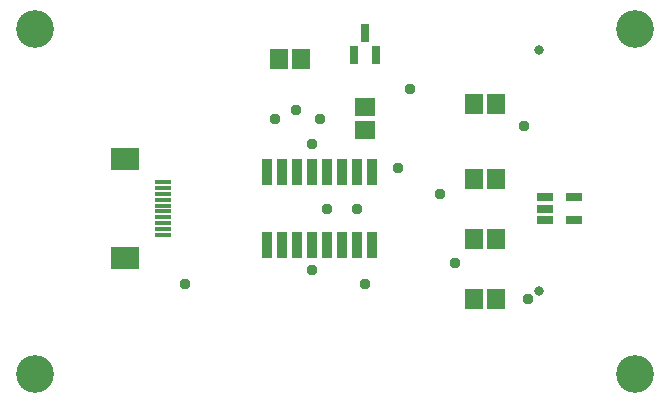
<source format=gbr>
G04 EAGLE Gerber RS-274X export*
G75*
%MOMM*%
%FSLAX34Y34*%
%LPD*%
%INSoldermask Top*%
%IPPOS*%
%AMOC8*
5,1,8,0,0,1.08239X$1,22.5*%
G01*
%ADD10C,3.203194*%
%ADD11R,0.863600X2.235200*%
%ADD12R,1.703200X1.503200*%
%ADD13R,1.503200X1.703200*%
%ADD14C,0.803200*%
%ADD15R,1.473200X0.762000*%
%ADD16R,0.762000X1.524000*%
%ADD17R,1.400000X0.400000*%
%ADD18R,2.350000X1.900000*%
%ADD19C,0.959600*%


D10*
X25400Y317500D03*
X25400Y25400D03*
X533400Y25400D03*
X533400Y317500D03*
D11*
X311150Y195834D03*
X311150Y134366D03*
X298450Y195834D03*
X285750Y195834D03*
X298450Y134366D03*
X285750Y134366D03*
X273050Y195834D03*
X273050Y134366D03*
X260350Y195834D03*
X260350Y134366D03*
X247650Y195834D03*
X234950Y195834D03*
X247650Y134366D03*
X234950Y134366D03*
X222250Y195834D03*
X222250Y134366D03*
D12*
X304800Y231800D03*
X304800Y250800D03*
D13*
X250800Y292100D03*
X231800Y292100D03*
D14*
X452210Y299450D03*
X452210Y94950D03*
D15*
X457708Y174625D03*
X457708Y165100D03*
X457708Y155575D03*
X482092Y155575D03*
X482092Y174625D03*
D13*
X396900Y88900D03*
X415900Y88900D03*
X396900Y139700D03*
X415900Y139700D03*
X396900Y190500D03*
X415900Y190500D03*
X396900Y254000D03*
X415900Y254000D03*
D16*
X295275Y295348D03*
X314325Y295348D03*
X304800Y313273D03*
D17*
X134100Y187600D03*
X134100Y182600D03*
X134100Y177600D03*
X134100Y172600D03*
X134100Y167600D03*
X134100Y162600D03*
X134100Y157600D03*
X134100Y152600D03*
X134100Y147600D03*
X134100Y142600D03*
D18*
X101600Y123600D03*
X101600Y206600D03*
D19*
X443230Y88900D03*
X152400Y101600D03*
X228600Y241300D03*
X342900Y266700D03*
X439420Y234950D03*
X368300Y177800D03*
X381000Y119380D03*
X332740Y199390D03*
X304800Y101600D03*
X260350Y113030D03*
X273050Y165100D03*
X298450Y165100D03*
X266700Y241300D03*
X246380Y248920D03*
X260350Y219710D03*
M02*

</source>
